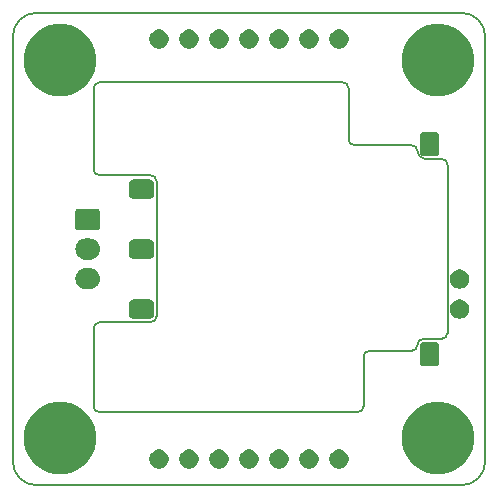
<source format=gbs>
%TF.GenerationSoftware,KiCad,Pcbnew,5.0.2+dfsg1-1*%
%TF.CreationDate,2022-03-26T23:49:25+09:00*%
%TF.ProjectId,pwm-esc-littlebee,70776d2d-6573-4632-9d6c-6974746c6562,rev?*%
%TF.SameCoordinates,Original*%
%TF.FileFunction,Soldermask,Bot*%
%TF.FilePolarity,Negative*%
%FSLAX46Y46*%
G04 Gerber Fmt 4.6, Leading zero omitted, Abs format (unit mm)*
G04 Created by KiCad (PCBNEW 5.0.2+dfsg1-1) date Sat 26 Mar 2022 11:49:25 PM JST*
%MOMM*%
%LPD*%
G01*
G04 APERTURE LIST*
%ADD10C,0.150000*%
%ADD11C,0.100000*%
G04 APERTURE END LIST*
D10*
X116840000Y-63246000D02*
X116840000Y-56388000D01*
X121666000Y-63754000D02*
X117348000Y-63754000D01*
X117348000Y-63754000D02*
G75*
G02X116840000Y-63246000I0J508000D01*
G01*
X122174000Y-64262000D02*
X122174000Y-75692000D01*
X116840000Y-76708000D02*
X116840000Y-83312000D01*
X117348000Y-76200000D02*
X121666000Y-76200000D01*
X116840000Y-76708000D02*
G75*
G02X117348000Y-76200000I508000J0D01*
G01*
X122174000Y-75692000D02*
G75*
G02X121666000Y-76200000I-508000J0D01*
G01*
X121666000Y-63754000D02*
G75*
G02X122174000Y-64262000I0J-508000D01*
G01*
X138430000Y-56388000D02*
X138430000Y-60706000D01*
X137922000Y-55880000D02*
G75*
G02X138430000Y-56388000I0J-508000D01*
G01*
X117348000Y-55880000D02*
X137922000Y-55880000D01*
X138938000Y-61214000D02*
X143764000Y-61214000D01*
X138938000Y-61214000D02*
G75*
G02X138430000Y-60706000I0J508000D01*
G01*
X143764000Y-61214000D02*
G75*
G02X144272000Y-61722000I0J-508000D01*
G01*
X139700000Y-79121000D02*
X139700000Y-83312000D01*
X140208000Y-78613000D02*
X143764000Y-78613000D01*
X144272000Y-78105000D02*
G75*
G02X143764000Y-78613000I-508000J0D01*
G01*
X139700000Y-79121000D02*
G75*
G02X140208000Y-78613000I508000J0D01*
G01*
X139700000Y-83312000D02*
G75*
G02X139192000Y-83820000I-508000J0D01*
G01*
X117348000Y-83820000D02*
X139192000Y-83820000D01*
X117348000Y-83820000D02*
G75*
G02X116840000Y-83312000I0J508000D01*
G01*
X116840000Y-56388000D02*
G75*
G02X117348000Y-55880000I508000J0D01*
G01*
X144780000Y-77597000D02*
X146304000Y-77597000D01*
X144907000Y-62357000D02*
X146304000Y-62357000D01*
X144272000Y-78105000D02*
G75*
G02X144780000Y-77597000I508000J0D01*
G01*
X144907000Y-62357000D02*
G75*
G02X144272000Y-61722000I0J635000D01*
G01*
X146812000Y-77089000D02*
X146812000Y-62865000D01*
X146304000Y-62357000D02*
G75*
G02X146812000Y-62865000I0J-508000D01*
G01*
X146812000Y-77089000D02*
G75*
G02X146304000Y-77597000I-508000J0D01*
G01*
X112000000Y-90000000D02*
G75*
G02X110000000Y-88000000I0J2000000D01*
G01*
X150000000Y-88000000D02*
G75*
G02X148000000Y-90000000I-2000000J0D01*
G01*
X148000000Y-50000000D02*
G75*
G02X150000000Y-52000000I0J-2000000D01*
G01*
X110000000Y-52000000D02*
G75*
G02X112000000Y-50000000I2000000J0D01*
G01*
X110000000Y-88000000D02*
X110000000Y-52000000D01*
X148000000Y-90000000D02*
X112000000Y-90000000D01*
X150000000Y-52000000D02*
X150000000Y-88000000D01*
X112000000Y-50000000D02*
X148000000Y-50000000D01*
D11*
G36*
X146889941Y-83066248D02*
X146889943Y-83066249D01*
X146889944Y-83066249D01*
X147445190Y-83296239D01*
X147445191Y-83296240D01*
X147944902Y-83630136D01*
X148369864Y-84055098D01*
X148369866Y-84055101D01*
X148703761Y-84554810D01*
X148933751Y-85110056D01*
X149051000Y-85699503D01*
X149051000Y-86300497D01*
X148933751Y-86889944D01*
X148703761Y-87445190D01*
X148703760Y-87445191D01*
X148369864Y-87944902D01*
X147944902Y-88369864D01*
X147944899Y-88369866D01*
X147445190Y-88703761D01*
X146889944Y-88933751D01*
X146889943Y-88933751D01*
X146889941Y-88933752D01*
X146300499Y-89051000D01*
X145699501Y-89051000D01*
X145110059Y-88933752D01*
X145110057Y-88933751D01*
X145110056Y-88933751D01*
X144554810Y-88703761D01*
X144055101Y-88369866D01*
X144055098Y-88369864D01*
X143630136Y-87944902D01*
X143296240Y-87445191D01*
X143296239Y-87445190D01*
X143066249Y-86889944D01*
X142949000Y-86300497D01*
X142949000Y-85699503D01*
X143066249Y-85110056D01*
X143296239Y-84554810D01*
X143630134Y-84055101D01*
X143630136Y-84055098D01*
X144055098Y-83630136D01*
X144554809Y-83296240D01*
X144554810Y-83296239D01*
X145110056Y-83066249D01*
X145110057Y-83066249D01*
X145110059Y-83066248D01*
X145699501Y-82949000D01*
X146300499Y-82949000D01*
X146889941Y-83066248D01*
X146889941Y-83066248D01*
G37*
G36*
X114889941Y-83066248D02*
X114889943Y-83066249D01*
X114889944Y-83066249D01*
X115445190Y-83296239D01*
X115445191Y-83296240D01*
X115944902Y-83630136D01*
X116369864Y-84055098D01*
X116369866Y-84055101D01*
X116703761Y-84554810D01*
X116933751Y-85110056D01*
X117051000Y-85699503D01*
X117051000Y-86300497D01*
X116933751Y-86889944D01*
X116703761Y-87445190D01*
X116703760Y-87445191D01*
X116369864Y-87944902D01*
X115944902Y-88369864D01*
X115944899Y-88369866D01*
X115445190Y-88703761D01*
X114889944Y-88933751D01*
X114889943Y-88933751D01*
X114889941Y-88933752D01*
X114300499Y-89051000D01*
X113699501Y-89051000D01*
X113110059Y-88933752D01*
X113110057Y-88933751D01*
X113110056Y-88933751D01*
X112554810Y-88703761D01*
X112055101Y-88369866D01*
X112055098Y-88369864D01*
X111630136Y-87944902D01*
X111296240Y-87445191D01*
X111296239Y-87445190D01*
X111066249Y-86889944D01*
X110949000Y-86300497D01*
X110949000Y-85699503D01*
X111066249Y-85110056D01*
X111296239Y-84554810D01*
X111630134Y-84055101D01*
X111630136Y-84055098D01*
X112055098Y-83630136D01*
X112554809Y-83296240D01*
X112554810Y-83296239D01*
X113110056Y-83066249D01*
X113110057Y-83066249D01*
X113110059Y-83066248D01*
X113699501Y-82949000D01*
X114300499Y-82949000D01*
X114889941Y-83066248D01*
X114889941Y-83066248D01*
G37*
G36*
X132777142Y-86998242D02*
X132925102Y-87059530D01*
X133058258Y-87148502D01*
X133171498Y-87261742D01*
X133260470Y-87394898D01*
X133321758Y-87542858D01*
X133353000Y-87699925D01*
X133353000Y-87860075D01*
X133321758Y-88017142D01*
X133260470Y-88165102D01*
X133171498Y-88298258D01*
X133058258Y-88411498D01*
X132925102Y-88500470D01*
X132777142Y-88561758D01*
X132620075Y-88593000D01*
X132459925Y-88593000D01*
X132302858Y-88561758D01*
X132154898Y-88500470D01*
X132021742Y-88411498D01*
X131908502Y-88298258D01*
X131819530Y-88165102D01*
X131758242Y-88017142D01*
X131727000Y-87860075D01*
X131727000Y-87699925D01*
X131758242Y-87542858D01*
X131819530Y-87394898D01*
X131908502Y-87261742D01*
X132021742Y-87148502D01*
X132154898Y-87059530D01*
X132302858Y-86998242D01*
X132459925Y-86967000D01*
X132620075Y-86967000D01*
X132777142Y-86998242D01*
X132777142Y-86998242D01*
G37*
G36*
X137857142Y-86998242D02*
X138005102Y-87059530D01*
X138138258Y-87148502D01*
X138251498Y-87261742D01*
X138340470Y-87394898D01*
X138401758Y-87542858D01*
X138433000Y-87699925D01*
X138433000Y-87860075D01*
X138401758Y-88017142D01*
X138340470Y-88165102D01*
X138251498Y-88298258D01*
X138138258Y-88411498D01*
X138005102Y-88500470D01*
X137857142Y-88561758D01*
X137700075Y-88593000D01*
X137539925Y-88593000D01*
X137382858Y-88561758D01*
X137234898Y-88500470D01*
X137101742Y-88411498D01*
X136988502Y-88298258D01*
X136899530Y-88165102D01*
X136838242Y-88017142D01*
X136807000Y-87860075D01*
X136807000Y-87699925D01*
X136838242Y-87542858D01*
X136899530Y-87394898D01*
X136988502Y-87261742D01*
X137101742Y-87148502D01*
X137234898Y-87059530D01*
X137382858Y-86998242D01*
X137539925Y-86967000D01*
X137700075Y-86967000D01*
X137857142Y-86998242D01*
X137857142Y-86998242D01*
G37*
G36*
X122617142Y-86998242D02*
X122765102Y-87059530D01*
X122898258Y-87148502D01*
X123011498Y-87261742D01*
X123100470Y-87394898D01*
X123161758Y-87542858D01*
X123193000Y-87699925D01*
X123193000Y-87860075D01*
X123161758Y-88017142D01*
X123100470Y-88165102D01*
X123011498Y-88298258D01*
X122898258Y-88411498D01*
X122765102Y-88500470D01*
X122617142Y-88561758D01*
X122460075Y-88593000D01*
X122299925Y-88593000D01*
X122142858Y-88561758D01*
X121994898Y-88500470D01*
X121861742Y-88411498D01*
X121748502Y-88298258D01*
X121659530Y-88165102D01*
X121598242Y-88017142D01*
X121567000Y-87860075D01*
X121567000Y-87699925D01*
X121598242Y-87542858D01*
X121659530Y-87394898D01*
X121748502Y-87261742D01*
X121861742Y-87148502D01*
X121994898Y-87059530D01*
X122142858Y-86998242D01*
X122299925Y-86967000D01*
X122460075Y-86967000D01*
X122617142Y-86998242D01*
X122617142Y-86998242D01*
G37*
G36*
X125157142Y-86998242D02*
X125305102Y-87059530D01*
X125438258Y-87148502D01*
X125551498Y-87261742D01*
X125640470Y-87394898D01*
X125701758Y-87542858D01*
X125733000Y-87699925D01*
X125733000Y-87860075D01*
X125701758Y-88017142D01*
X125640470Y-88165102D01*
X125551498Y-88298258D01*
X125438258Y-88411498D01*
X125305102Y-88500470D01*
X125157142Y-88561758D01*
X125000075Y-88593000D01*
X124839925Y-88593000D01*
X124682858Y-88561758D01*
X124534898Y-88500470D01*
X124401742Y-88411498D01*
X124288502Y-88298258D01*
X124199530Y-88165102D01*
X124138242Y-88017142D01*
X124107000Y-87860075D01*
X124107000Y-87699925D01*
X124138242Y-87542858D01*
X124199530Y-87394898D01*
X124288502Y-87261742D01*
X124401742Y-87148502D01*
X124534898Y-87059530D01*
X124682858Y-86998242D01*
X124839925Y-86967000D01*
X125000075Y-86967000D01*
X125157142Y-86998242D01*
X125157142Y-86998242D01*
G37*
G36*
X127697142Y-86998242D02*
X127845102Y-87059530D01*
X127978258Y-87148502D01*
X128091498Y-87261742D01*
X128180470Y-87394898D01*
X128241758Y-87542858D01*
X128273000Y-87699925D01*
X128273000Y-87860075D01*
X128241758Y-88017142D01*
X128180470Y-88165102D01*
X128091498Y-88298258D01*
X127978258Y-88411498D01*
X127845102Y-88500470D01*
X127697142Y-88561758D01*
X127540075Y-88593000D01*
X127379925Y-88593000D01*
X127222858Y-88561758D01*
X127074898Y-88500470D01*
X126941742Y-88411498D01*
X126828502Y-88298258D01*
X126739530Y-88165102D01*
X126678242Y-88017142D01*
X126647000Y-87860075D01*
X126647000Y-87699925D01*
X126678242Y-87542858D01*
X126739530Y-87394898D01*
X126828502Y-87261742D01*
X126941742Y-87148502D01*
X127074898Y-87059530D01*
X127222858Y-86998242D01*
X127379925Y-86967000D01*
X127540075Y-86967000D01*
X127697142Y-86998242D01*
X127697142Y-86998242D01*
G37*
G36*
X130237142Y-86998242D02*
X130385102Y-87059530D01*
X130518258Y-87148502D01*
X130631498Y-87261742D01*
X130720470Y-87394898D01*
X130781758Y-87542858D01*
X130813000Y-87699925D01*
X130813000Y-87860075D01*
X130781758Y-88017142D01*
X130720470Y-88165102D01*
X130631498Y-88298258D01*
X130518258Y-88411498D01*
X130385102Y-88500470D01*
X130237142Y-88561758D01*
X130080075Y-88593000D01*
X129919925Y-88593000D01*
X129762858Y-88561758D01*
X129614898Y-88500470D01*
X129481742Y-88411498D01*
X129368502Y-88298258D01*
X129279530Y-88165102D01*
X129218242Y-88017142D01*
X129187000Y-87860075D01*
X129187000Y-87699925D01*
X129218242Y-87542858D01*
X129279530Y-87394898D01*
X129368502Y-87261742D01*
X129481742Y-87148502D01*
X129614898Y-87059530D01*
X129762858Y-86998242D01*
X129919925Y-86967000D01*
X130080075Y-86967000D01*
X130237142Y-86998242D01*
X130237142Y-86998242D01*
G37*
G36*
X135317142Y-86998242D02*
X135465102Y-87059530D01*
X135598258Y-87148502D01*
X135711498Y-87261742D01*
X135800470Y-87394898D01*
X135861758Y-87542858D01*
X135893000Y-87699925D01*
X135893000Y-87860075D01*
X135861758Y-88017142D01*
X135800470Y-88165102D01*
X135711498Y-88298258D01*
X135598258Y-88411498D01*
X135465102Y-88500470D01*
X135317142Y-88561758D01*
X135160075Y-88593000D01*
X134999925Y-88593000D01*
X134842858Y-88561758D01*
X134694898Y-88500470D01*
X134561742Y-88411498D01*
X134448502Y-88298258D01*
X134359530Y-88165102D01*
X134298242Y-88017142D01*
X134267000Y-87860075D01*
X134267000Y-87699925D01*
X134298242Y-87542858D01*
X134359530Y-87394898D01*
X134448502Y-87261742D01*
X134561742Y-87148502D01*
X134694898Y-87059530D01*
X134842858Y-86998242D01*
X134999925Y-86967000D01*
X135160075Y-86967000D01*
X135317142Y-86998242D01*
X135317142Y-86998242D01*
G37*
G36*
X145823993Y-77846203D02*
X145888414Y-77865744D01*
X145947776Y-77897475D01*
X145999817Y-77940183D01*
X146042525Y-77992224D01*
X146074256Y-78051586D01*
X146093797Y-78116007D01*
X146101000Y-78189141D01*
X146101000Y-79590859D01*
X146093797Y-79663993D01*
X146074256Y-79728414D01*
X146042525Y-79787776D01*
X145999817Y-79839817D01*
X145947776Y-79882525D01*
X145888414Y-79914256D01*
X145823993Y-79933797D01*
X145750859Y-79941000D01*
X144825141Y-79941000D01*
X144752007Y-79933797D01*
X144687586Y-79914256D01*
X144628224Y-79882525D01*
X144576183Y-79839817D01*
X144533475Y-79787776D01*
X144501744Y-79728414D01*
X144482203Y-79663993D01*
X144475000Y-79590859D01*
X144475000Y-78189141D01*
X144482203Y-78116007D01*
X144501744Y-78051586D01*
X144533475Y-77992224D01*
X144576183Y-77940183D01*
X144628224Y-77897475D01*
X144687586Y-77865744D01*
X144752007Y-77846203D01*
X144825141Y-77839000D01*
X145750859Y-77839000D01*
X145823993Y-77846203D01*
X145823993Y-77846203D01*
G37*
G36*
X148065142Y-74298242D02*
X148213102Y-74359530D01*
X148226052Y-74368183D01*
X148345000Y-74447661D01*
X148346258Y-74448502D01*
X148459498Y-74561742D01*
X148548470Y-74694898D01*
X148609758Y-74842858D01*
X148641000Y-74999925D01*
X148641000Y-75160075D01*
X148609758Y-75317142D01*
X148562354Y-75431583D01*
X148548471Y-75465100D01*
X148459499Y-75598257D01*
X148346257Y-75711499D01*
X148303937Y-75739776D01*
X148213102Y-75800470D01*
X148065142Y-75861758D01*
X147908075Y-75893000D01*
X147747925Y-75893000D01*
X147590858Y-75861758D01*
X147442898Y-75800470D01*
X147352063Y-75739776D01*
X147309743Y-75711499D01*
X147196501Y-75598257D01*
X147107529Y-75465100D01*
X147093646Y-75431583D01*
X147046242Y-75317142D01*
X147015000Y-75160075D01*
X147015000Y-74999925D01*
X147046242Y-74842858D01*
X147107530Y-74694898D01*
X147196502Y-74561742D01*
X147309742Y-74448502D01*
X147311001Y-74447661D01*
X147429948Y-74368183D01*
X147442898Y-74359530D01*
X147590858Y-74298242D01*
X147747925Y-74267000D01*
X147908075Y-74267000D01*
X148065142Y-74298242D01*
X148065142Y-74298242D01*
G37*
G36*
X121677993Y-74274203D02*
X121742414Y-74293744D01*
X121801776Y-74325475D01*
X121853817Y-74368183D01*
X121896525Y-74420224D01*
X121928256Y-74479586D01*
X121947797Y-74544007D01*
X121955000Y-74617141D01*
X121955000Y-75542859D01*
X121947797Y-75615993D01*
X121928256Y-75680414D01*
X121896525Y-75739776D01*
X121853817Y-75791817D01*
X121801776Y-75834525D01*
X121742414Y-75866256D01*
X121677993Y-75885797D01*
X121604859Y-75893000D01*
X120203141Y-75893000D01*
X120130007Y-75885797D01*
X120065586Y-75866256D01*
X120006224Y-75834525D01*
X119954183Y-75791817D01*
X119911475Y-75739776D01*
X119879744Y-75680414D01*
X119860203Y-75615993D01*
X119853000Y-75542859D01*
X119853000Y-74617141D01*
X119860203Y-74544007D01*
X119879744Y-74479586D01*
X119911475Y-74420224D01*
X119954183Y-74368183D01*
X120006224Y-74325475D01*
X120065586Y-74293744D01*
X120130007Y-74274203D01*
X120203141Y-74267000D01*
X121604859Y-74267000D01*
X121677993Y-74274203D01*
X121677993Y-74274203D01*
G37*
G36*
X116567443Y-71605519D02*
X116633627Y-71612037D01*
X116746853Y-71646384D01*
X116803467Y-71663557D01*
X116922159Y-71727000D01*
X116959991Y-71747222D01*
X116973420Y-71758243D01*
X117097186Y-71859814D01*
X117180448Y-71961271D01*
X117209778Y-71997009D01*
X117209779Y-71997011D01*
X117293443Y-72153533D01*
X117310616Y-72210147D01*
X117344963Y-72323373D01*
X117362359Y-72500000D01*
X117344963Y-72676627D01*
X117314472Y-72777142D01*
X117293443Y-72846467D01*
X117251412Y-72925100D01*
X117209778Y-73002991D01*
X117180448Y-73038729D01*
X117097186Y-73140186D01*
X116995729Y-73223448D01*
X116959991Y-73252778D01*
X116942087Y-73262348D01*
X116803467Y-73336443D01*
X116748885Y-73353000D01*
X116633627Y-73387963D01*
X116567443Y-73394481D01*
X116501260Y-73401000D01*
X116162740Y-73401000D01*
X116096557Y-73394481D01*
X116030373Y-73387963D01*
X115915115Y-73353000D01*
X115860533Y-73336443D01*
X115721913Y-73262348D01*
X115704009Y-73252778D01*
X115668271Y-73223448D01*
X115566814Y-73140186D01*
X115483552Y-73038729D01*
X115454222Y-73002991D01*
X115412588Y-72925100D01*
X115370557Y-72846467D01*
X115349528Y-72777142D01*
X115319037Y-72676627D01*
X115301641Y-72500000D01*
X115319037Y-72323373D01*
X115353384Y-72210147D01*
X115370557Y-72153533D01*
X115454221Y-71997011D01*
X115454222Y-71997009D01*
X115483552Y-71961271D01*
X115566814Y-71859814D01*
X115690580Y-71758243D01*
X115704009Y-71747222D01*
X115741841Y-71727000D01*
X115860533Y-71663557D01*
X115917147Y-71646384D01*
X116030373Y-71612037D01*
X116096557Y-71605519D01*
X116162740Y-71599000D01*
X116501260Y-71599000D01*
X116567443Y-71605519D01*
X116567443Y-71605519D01*
G37*
G36*
X148065142Y-71758242D02*
X148213102Y-71819530D01*
X148346258Y-71908502D01*
X148459498Y-72021742D01*
X148548470Y-72154898D01*
X148609758Y-72302858D01*
X148641000Y-72459925D01*
X148641000Y-72620075D01*
X148609758Y-72777142D01*
X148548470Y-72925102D01*
X148459498Y-73058258D01*
X148346258Y-73171498D01*
X148213102Y-73260470D01*
X148065142Y-73321758D01*
X147908075Y-73353000D01*
X147747925Y-73353000D01*
X147590858Y-73321758D01*
X147442898Y-73260470D01*
X147309742Y-73171498D01*
X147196502Y-73058258D01*
X147107530Y-72925102D01*
X147046242Y-72777142D01*
X147015000Y-72620075D01*
X147015000Y-72459925D01*
X147046242Y-72302858D01*
X147107530Y-72154898D01*
X147196502Y-72021742D01*
X147309742Y-71908502D01*
X147442898Y-71819530D01*
X147590858Y-71758242D01*
X147747925Y-71727000D01*
X147908075Y-71727000D01*
X148065142Y-71758242D01*
X148065142Y-71758242D01*
G37*
G36*
X116567443Y-69105519D02*
X116633627Y-69112037D01*
X116746853Y-69146384D01*
X116803467Y-69163557D01*
X116942087Y-69237652D01*
X116959991Y-69247222D01*
X116970087Y-69255508D01*
X117097186Y-69359814D01*
X117180448Y-69461271D01*
X117209778Y-69497009D01*
X117209779Y-69497011D01*
X117293443Y-69653533D01*
X117293443Y-69653534D01*
X117344963Y-69823373D01*
X117362359Y-70000000D01*
X117344963Y-70176627D01*
X117310616Y-70289853D01*
X117293443Y-70346467D01*
X117261354Y-70406500D01*
X117209778Y-70502991D01*
X117182694Y-70535993D01*
X117097186Y-70640186D01*
X117009902Y-70711817D01*
X116959991Y-70752778D01*
X116959989Y-70752779D01*
X116803467Y-70836443D01*
X116746853Y-70853616D01*
X116633627Y-70887963D01*
X116567442Y-70894482D01*
X116501260Y-70901000D01*
X116162740Y-70901000D01*
X116096558Y-70894482D01*
X116030373Y-70887963D01*
X115917147Y-70853616D01*
X115860533Y-70836443D01*
X115704011Y-70752779D01*
X115704009Y-70752778D01*
X115654098Y-70711817D01*
X115566814Y-70640186D01*
X115481306Y-70535993D01*
X115454222Y-70502991D01*
X115402646Y-70406500D01*
X115370557Y-70346467D01*
X115353384Y-70289853D01*
X115319037Y-70176627D01*
X115301641Y-70000000D01*
X115319037Y-69823373D01*
X115370557Y-69653534D01*
X115370557Y-69653533D01*
X115454221Y-69497011D01*
X115454222Y-69497009D01*
X115483552Y-69461271D01*
X115566814Y-69359814D01*
X115693913Y-69255508D01*
X115704009Y-69247222D01*
X115721913Y-69237652D01*
X115860533Y-69163557D01*
X115917147Y-69146384D01*
X116030373Y-69112037D01*
X116096557Y-69105519D01*
X116162740Y-69099000D01*
X116501260Y-69099000D01*
X116567443Y-69105519D01*
X116567443Y-69105519D01*
G37*
G36*
X121677993Y-69194203D02*
X121742414Y-69213744D01*
X121801776Y-69245475D01*
X121853817Y-69288183D01*
X121896525Y-69340224D01*
X121928256Y-69399586D01*
X121947797Y-69464007D01*
X121955000Y-69537141D01*
X121955000Y-70462859D01*
X121947797Y-70535993D01*
X121928256Y-70600414D01*
X121896525Y-70659776D01*
X121853817Y-70711817D01*
X121801776Y-70754525D01*
X121742414Y-70786256D01*
X121677993Y-70805797D01*
X121604859Y-70813000D01*
X120203141Y-70813000D01*
X120130007Y-70805797D01*
X120065586Y-70786256D01*
X120006224Y-70754525D01*
X119954183Y-70711817D01*
X119911475Y-70659776D01*
X119879744Y-70600414D01*
X119860203Y-70535993D01*
X119853000Y-70462859D01*
X119853000Y-69537141D01*
X119860203Y-69464007D01*
X119879744Y-69399586D01*
X119911475Y-69340224D01*
X119954183Y-69288183D01*
X120006224Y-69245475D01*
X120065586Y-69213744D01*
X120130007Y-69194203D01*
X120203141Y-69187000D01*
X121604859Y-69187000D01*
X121677993Y-69194203D01*
X121677993Y-69194203D01*
G37*
G36*
X117215600Y-66602989D02*
X117248649Y-66613014D01*
X117279106Y-66629294D01*
X117305799Y-66651201D01*
X117327706Y-66677894D01*
X117343986Y-66708351D01*
X117354011Y-66741400D01*
X117358000Y-66781904D01*
X117358000Y-68218096D01*
X117354011Y-68258600D01*
X117343986Y-68291649D01*
X117327706Y-68322106D01*
X117305799Y-68348799D01*
X117279106Y-68370706D01*
X117248649Y-68386986D01*
X117215600Y-68397011D01*
X117175096Y-68401000D01*
X115488904Y-68401000D01*
X115448400Y-68397011D01*
X115415351Y-68386986D01*
X115384894Y-68370706D01*
X115358201Y-68348799D01*
X115336294Y-68322106D01*
X115320014Y-68291649D01*
X115309989Y-68258600D01*
X115306000Y-68218096D01*
X115306000Y-66781904D01*
X115309989Y-66741400D01*
X115320014Y-66708351D01*
X115336294Y-66677894D01*
X115358201Y-66651201D01*
X115384894Y-66629294D01*
X115415351Y-66613014D01*
X115448400Y-66602989D01*
X115488904Y-66599000D01*
X117175096Y-66599000D01*
X117215600Y-66602989D01*
X117215600Y-66602989D01*
G37*
G36*
X121677993Y-64114203D02*
X121742414Y-64133744D01*
X121801776Y-64165475D01*
X121853817Y-64208183D01*
X121896525Y-64260224D01*
X121928256Y-64319586D01*
X121947797Y-64384007D01*
X121955000Y-64457141D01*
X121955000Y-65382859D01*
X121947797Y-65455993D01*
X121928256Y-65520414D01*
X121896525Y-65579776D01*
X121853817Y-65631817D01*
X121801776Y-65674525D01*
X121742414Y-65706256D01*
X121677993Y-65725797D01*
X121604859Y-65733000D01*
X120203141Y-65733000D01*
X120130007Y-65725797D01*
X120065586Y-65706256D01*
X120006224Y-65674525D01*
X119954183Y-65631817D01*
X119911475Y-65579776D01*
X119879744Y-65520414D01*
X119860203Y-65455993D01*
X119853000Y-65382859D01*
X119853000Y-64457141D01*
X119860203Y-64384007D01*
X119879744Y-64319586D01*
X119911475Y-64260224D01*
X119954183Y-64208183D01*
X120006224Y-64165475D01*
X120065586Y-64133744D01*
X120130007Y-64114203D01*
X120203141Y-64107000D01*
X121604859Y-64107000D01*
X121677993Y-64114203D01*
X121677993Y-64114203D01*
G37*
G36*
X145823993Y-60066203D02*
X145888414Y-60085744D01*
X145947776Y-60117475D01*
X145999817Y-60160183D01*
X146042525Y-60212224D01*
X146074256Y-60271586D01*
X146093797Y-60336007D01*
X146101000Y-60409141D01*
X146101000Y-61810859D01*
X146093797Y-61883993D01*
X146074256Y-61948414D01*
X146042525Y-62007776D01*
X145999817Y-62059817D01*
X145947776Y-62102525D01*
X145888414Y-62134256D01*
X145823993Y-62153797D01*
X145750859Y-62161000D01*
X144825141Y-62161000D01*
X144752007Y-62153797D01*
X144687586Y-62134256D01*
X144628224Y-62102525D01*
X144576183Y-62059817D01*
X144533475Y-62007776D01*
X144501744Y-61948414D01*
X144482203Y-61883993D01*
X144475000Y-61810859D01*
X144475000Y-60409141D01*
X144482203Y-60336007D01*
X144501744Y-60271586D01*
X144533475Y-60212224D01*
X144576183Y-60160183D01*
X144628224Y-60117475D01*
X144687586Y-60085744D01*
X144752007Y-60066203D01*
X144825141Y-60059000D01*
X145750859Y-60059000D01*
X145823993Y-60066203D01*
X145823993Y-60066203D01*
G37*
G36*
X114889941Y-51066248D02*
X114889943Y-51066249D01*
X114889944Y-51066249D01*
X115445190Y-51296239D01*
X115445191Y-51296240D01*
X115944902Y-51630136D01*
X116369864Y-52055098D01*
X116369866Y-52055101D01*
X116703761Y-52554810D01*
X116933751Y-53110056D01*
X117051000Y-53699503D01*
X117051000Y-54300497D01*
X116933751Y-54889944D01*
X116703761Y-55445190D01*
X116703760Y-55445191D01*
X116369864Y-55944902D01*
X115944902Y-56369864D01*
X115944899Y-56369866D01*
X115445190Y-56703761D01*
X114889944Y-56933751D01*
X114889943Y-56933751D01*
X114889941Y-56933752D01*
X114300499Y-57051000D01*
X113699501Y-57051000D01*
X113110059Y-56933752D01*
X113110057Y-56933751D01*
X113110056Y-56933751D01*
X112554810Y-56703761D01*
X112055101Y-56369866D01*
X112055098Y-56369864D01*
X111630136Y-55944902D01*
X111296240Y-55445191D01*
X111296239Y-55445190D01*
X111066249Y-54889944D01*
X110949000Y-54300497D01*
X110949000Y-53699503D01*
X111066249Y-53110056D01*
X111296239Y-52554810D01*
X111630134Y-52055101D01*
X111630136Y-52055098D01*
X112055098Y-51630136D01*
X112554809Y-51296240D01*
X112554810Y-51296239D01*
X113110056Y-51066249D01*
X113110057Y-51066249D01*
X113110059Y-51066248D01*
X113699501Y-50949000D01*
X114300499Y-50949000D01*
X114889941Y-51066248D01*
X114889941Y-51066248D01*
G37*
G36*
X146889941Y-51066248D02*
X146889943Y-51066249D01*
X146889944Y-51066249D01*
X147445190Y-51296239D01*
X147445191Y-51296240D01*
X147944902Y-51630136D01*
X148369864Y-52055098D01*
X148369866Y-52055101D01*
X148703761Y-52554810D01*
X148933751Y-53110056D01*
X149051000Y-53699503D01*
X149051000Y-54300497D01*
X148933751Y-54889944D01*
X148703761Y-55445190D01*
X148703760Y-55445191D01*
X148369864Y-55944902D01*
X147944902Y-56369864D01*
X147944899Y-56369866D01*
X147445190Y-56703761D01*
X146889944Y-56933751D01*
X146889943Y-56933751D01*
X146889941Y-56933752D01*
X146300499Y-57051000D01*
X145699501Y-57051000D01*
X145110059Y-56933752D01*
X145110057Y-56933751D01*
X145110056Y-56933751D01*
X144554810Y-56703761D01*
X144055101Y-56369866D01*
X144055098Y-56369864D01*
X143630136Y-55944902D01*
X143296240Y-55445191D01*
X143296239Y-55445190D01*
X143066249Y-54889944D01*
X142949000Y-54300497D01*
X142949000Y-53699503D01*
X143066249Y-53110056D01*
X143296239Y-52554810D01*
X143630134Y-52055101D01*
X143630136Y-52055098D01*
X144055098Y-51630136D01*
X144554809Y-51296240D01*
X144554810Y-51296239D01*
X145110056Y-51066249D01*
X145110057Y-51066249D01*
X145110059Y-51066248D01*
X145699501Y-50949000D01*
X146300499Y-50949000D01*
X146889941Y-51066248D01*
X146889941Y-51066248D01*
G37*
G36*
X137857142Y-51438242D02*
X138005102Y-51499530D01*
X138138258Y-51588502D01*
X138251498Y-51701742D01*
X138340470Y-51834898D01*
X138401758Y-51982858D01*
X138433000Y-52139925D01*
X138433000Y-52300075D01*
X138401758Y-52457142D01*
X138340470Y-52605102D01*
X138251498Y-52738258D01*
X138138258Y-52851498D01*
X138005102Y-52940470D01*
X137857142Y-53001758D01*
X137700075Y-53033000D01*
X137539925Y-53033000D01*
X137382858Y-53001758D01*
X137234898Y-52940470D01*
X137101742Y-52851498D01*
X136988502Y-52738258D01*
X136899530Y-52605102D01*
X136838242Y-52457142D01*
X136807000Y-52300075D01*
X136807000Y-52139925D01*
X136838242Y-51982858D01*
X136899530Y-51834898D01*
X136988502Y-51701742D01*
X137101742Y-51588502D01*
X137234898Y-51499530D01*
X137382858Y-51438242D01*
X137539925Y-51407000D01*
X137700075Y-51407000D01*
X137857142Y-51438242D01*
X137857142Y-51438242D01*
G37*
G36*
X127697142Y-51438242D02*
X127845102Y-51499530D01*
X127978258Y-51588502D01*
X128091498Y-51701742D01*
X128180470Y-51834898D01*
X128241758Y-51982858D01*
X128273000Y-52139925D01*
X128273000Y-52300075D01*
X128241758Y-52457142D01*
X128180470Y-52605102D01*
X128091498Y-52738258D01*
X127978258Y-52851498D01*
X127845102Y-52940470D01*
X127697142Y-53001758D01*
X127540075Y-53033000D01*
X127379925Y-53033000D01*
X127222858Y-53001758D01*
X127074898Y-52940470D01*
X126941742Y-52851498D01*
X126828502Y-52738258D01*
X126739530Y-52605102D01*
X126678242Y-52457142D01*
X126647000Y-52300075D01*
X126647000Y-52139925D01*
X126678242Y-51982858D01*
X126739530Y-51834898D01*
X126828502Y-51701742D01*
X126941742Y-51588502D01*
X127074898Y-51499530D01*
X127222858Y-51438242D01*
X127379925Y-51407000D01*
X127540075Y-51407000D01*
X127697142Y-51438242D01*
X127697142Y-51438242D01*
G37*
G36*
X135317142Y-51438242D02*
X135465102Y-51499530D01*
X135598258Y-51588502D01*
X135711498Y-51701742D01*
X135800470Y-51834898D01*
X135861758Y-51982858D01*
X135893000Y-52139925D01*
X135893000Y-52300075D01*
X135861758Y-52457142D01*
X135800470Y-52605102D01*
X135711498Y-52738258D01*
X135598258Y-52851498D01*
X135465102Y-52940470D01*
X135317142Y-53001758D01*
X135160075Y-53033000D01*
X134999925Y-53033000D01*
X134842858Y-53001758D01*
X134694898Y-52940470D01*
X134561742Y-52851498D01*
X134448502Y-52738258D01*
X134359530Y-52605102D01*
X134298242Y-52457142D01*
X134267000Y-52300075D01*
X134267000Y-52139925D01*
X134298242Y-51982858D01*
X134359530Y-51834898D01*
X134448502Y-51701742D01*
X134561742Y-51588502D01*
X134694898Y-51499530D01*
X134842858Y-51438242D01*
X134999925Y-51407000D01*
X135160075Y-51407000D01*
X135317142Y-51438242D01*
X135317142Y-51438242D01*
G37*
G36*
X132777142Y-51438242D02*
X132925102Y-51499530D01*
X133058258Y-51588502D01*
X133171498Y-51701742D01*
X133260470Y-51834898D01*
X133321758Y-51982858D01*
X133353000Y-52139925D01*
X133353000Y-52300075D01*
X133321758Y-52457142D01*
X133260470Y-52605102D01*
X133171498Y-52738258D01*
X133058258Y-52851498D01*
X132925102Y-52940470D01*
X132777142Y-53001758D01*
X132620075Y-53033000D01*
X132459925Y-53033000D01*
X132302858Y-53001758D01*
X132154898Y-52940470D01*
X132021742Y-52851498D01*
X131908502Y-52738258D01*
X131819530Y-52605102D01*
X131758242Y-52457142D01*
X131727000Y-52300075D01*
X131727000Y-52139925D01*
X131758242Y-51982858D01*
X131819530Y-51834898D01*
X131908502Y-51701742D01*
X132021742Y-51588502D01*
X132154898Y-51499530D01*
X132302858Y-51438242D01*
X132459925Y-51407000D01*
X132620075Y-51407000D01*
X132777142Y-51438242D01*
X132777142Y-51438242D01*
G37*
G36*
X130237142Y-51438242D02*
X130385102Y-51499530D01*
X130518258Y-51588502D01*
X130631498Y-51701742D01*
X130720470Y-51834898D01*
X130781758Y-51982858D01*
X130813000Y-52139925D01*
X130813000Y-52300075D01*
X130781758Y-52457142D01*
X130720470Y-52605102D01*
X130631498Y-52738258D01*
X130518258Y-52851498D01*
X130385102Y-52940470D01*
X130237142Y-53001758D01*
X130080075Y-53033000D01*
X129919925Y-53033000D01*
X129762858Y-53001758D01*
X129614898Y-52940470D01*
X129481742Y-52851498D01*
X129368502Y-52738258D01*
X129279530Y-52605102D01*
X129218242Y-52457142D01*
X129187000Y-52300075D01*
X129187000Y-52139925D01*
X129218242Y-51982858D01*
X129279530Y-51834898D01*
X129368502Y-51701742D01*
X129481742Y-51588502D01*
X129614898Y-51499530D01*
X129762858Y-51438242D01*
X129919925Y-51407000D01*
X130080075Y-51407000D01*
X130237142Y-51438242D01*
X130237142Y-51438242D01*
G37*
G36*
X125157142Y-51438242D02*
X125305102Y-51499530D01*
X125438258Y-51588502D01*
X125551498Y-51701742D01*
X125640470Y-51834898D01*
X125701758Y-51982858D01*
X125733000Y-52139925D01*
X125733000Y-52300075D01*
X125701758Y-52457142D01*
X125640470Y-52605102D01*
X125551498Y-52738258D01*
X125438258Y-52851498D01*
X125305102Y-52940470D01*
X125157142Y-53001758D01*
X125000075Y-53033000D01*
X124839925Y-53033000D01*
X124682858Y-53001758D01*
X124534898Y-52940470D01*
X124401742Y-52851498D01*
X124288502Y-52738258D01*
X124199530Y-52605102D01*
X124138242Y-52457142D01*
X124107000Y-52300075D01*
X124107000Y-52139925D01*
X124138242Y-51982858D01*
X124199530Y-51834898D01*
X124288502Y-51701742D01*
X124401742Y-51588502D01*
X124534898Y-51499530D01*
X124682858Y-51438242D01*
X124839925Y-51407000D01*
X125000075Y-51407000D01*
X125157142Y-51438242D01*
X125157142Y-51438242D01*
G37*
G36*
X122617142Y-51438242D02*
X122765102Y-51499530D01*
X122898258Y-51588502D01*
X123011498Y-51701742D01*
X123100470Y-51834898D01*
X123161758Y-51982858D01*
X123193000Y-52139925D01*
X123193000Y-52300075D01*
X123161758Y-52457142D01*
X123100470Y-52605102D01*
X123011498Y-52738258D01*
X122898258Y-52851498D01*
X122765102Y-52940470D01*
X122617142Y-53001758D01*
X122460075Y-53033000D01*
X122299925Y-53033000D01*
X122142858Y-53001758D01*
X121994898Y-52940470D01*
X121861742Y-52851498D01*
X121748502Y-52738258D01*
X121659530Y-52605102D01*
X121598242Y-52457142D01*
X121567000Y-52300075D01*
X121567000Y-52139925D01*
X121598242Y-51982858D01*
X121659530Y-51834898D01*
X121748502Y-51701742D01*
X121861742Y-51588502D01*
X121994898Y-51499530D01*
X122142858Y-51438242D01*
X122299925Y-51407000D01*
X122460075Y-51407000D01*
X122617142Y-51438242D01*
X122617142Y-51438242D01*
G37*
M02*

</source>
